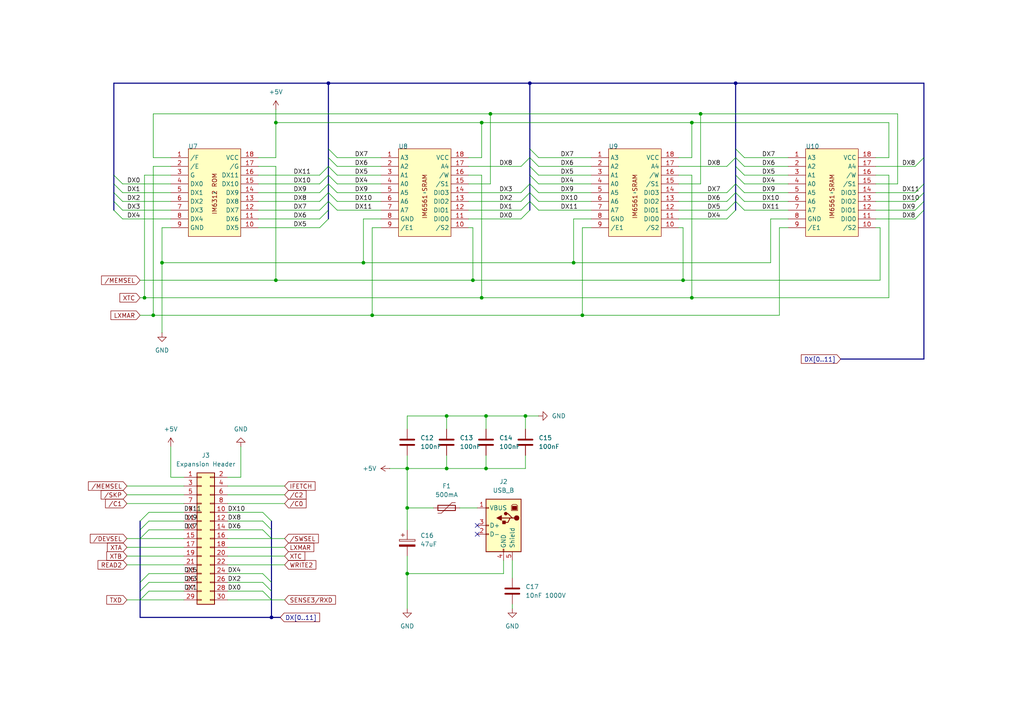
<source format=kicad_sch>
(kicad_sch (version 20250114) (generator "eeschema") (generator_version "9.0")
  (paper "A4")
  (title_block (title "IM6100 SAMPLER mini") (date "2025-04-12"))
  (lib_symbols
    (symbol "Connector:USB_B" (pin_names (offset 1.016))
      (property "Reference" "J" (at -5.08 11.43 0))
      (property "Value" "USB_B" (at -5.08 8.89 0))
      (symbol "USB_B_0_1"
        (rectangle (start -5.08 -7.62) (end 5.08 7.62) (stroke (width 0.254)) (fill (type background)))
        (polyline (pts (xy -4.064 4.318) (xy -2.286 4.318) (xy -2.286 5.715) (xy -2.667 6.096) (xy -3.683 6.096) (xy -4.064 5.715) (xy -4.064 4.318)))
        (rectangle (start -3.81 5.588) (end -2.54 4.572) (fill (type outline)))
        (circle (center -3.81 2.159) (radius 0.635) (stroke (width 0.254)) (fill (type outline)))
        (polyline (pts (xy -3.175 2.159) (xy -2.54 2.159) (xy -1.27 3.429) (xy -0.635 3.429)) (stroke (width 0.254)))
        (polyline (pts (xy -2.54 2.159) (xy -1.905 2.159) (xy -1.27 0.889) (xy 0 0.889)) (stroke (width 0.254)))
        (polyline (pts (xy -1.905 2.159) (xy 0.635 2.159)) (stroke (width 0.254)))
        (circle (center -0.635 3.429) (radius 0.381) (stroke (width 0.254)) (fill (type outline)))
        (rectangle (start -0.127 -7.62) (end 0.127 -6.858))
        (rectangle (start 0.254 1.27) (end -0.508 0.508) (stroke (width 0.254)) (fill (type outline)))
        (polyline (pts (xy 0.635 2.794) (xy 0.635 1.524) (xy 1.905 2.159) (xy 0.635 2.794)) (stroke (width 0.254)) (fill (type outline)))
        (rectangle (start 5.08 4.953) (end 4.318 5.207))
        (rectangle (start 5.08 -0.127) (end 4.318 0.127))
        (rectangle (start 5.08 -2.667) (end 4.318 -2.413))
      )
      (symbol "USB_B_1_1"
        (pin passive line (at -2.54 -10.16 90) (length 2.54) (name "Shield") (number "5"))
        (pin power_out line (at 0 -10.16 90) (length 2.54) (name "GND") (number "4"))
        (pin power_out line (at 7.62 5.08 180) (length 2.54) (name "VBUS") (number "1"))
        (pin bidirectional line (at 7.62 0 180) (length 2.54) (name "D+") (number "3"))
        (pin bidirectional line (at 7.62 -2.54 180) (length 2.54) (name "D-") (number "2"))
      )
    )
    (symbol "Connector_Generic:Conn_02x15_Odd_Even" (pin_names (offset 1.016) (hide yes))
      (property "Reference" "J" (at 1.27 20.32 0))
      (property "Value" "Conn_02x15_Odd_Even" (at 1.27 -20.32 0))
      (symbol "Conn_02x15_Odd_Even_1_1"
        (rectangle (start -1.27 19.05) (end 3.81 -19.05) (stroke (width 0.254)) (fill (type background)))
        (rectangle (start -1.27 17.907) (end 0 17.653) (stroke (width 0.1524)))
        (rectangle (start -1.27 15.367) (end 0 15.113) (stroke (width 0.1524)))
        (rectangle (start -1.27 12.827) (end 0 12.573) (stroke (width 0.1524)))
        (rectangle (start -1.27 10.287) (end 0 10.033) (stroke (width 0.1524)))
        (rectangle (start -1.27 7.747) (end 0 7.493) (stroke (width 0.1524)))
        (rectangle (start -1.27 5.207) (end 0 4.953) (stroke (width 0.1524)))
        (rectangle (start -1.27 2.667) (end 0 2.413) (stroke (width 0.1524)))
        (rectangle (start -1.27 0.127) (end 0 -0.127) (stroke (width 0.1524)))
        (rectangle (start -1.27 -2.413) (end 0 -2.667) (stroke (width 0.1524)))
        (rectangle (start -1.27 -4.953) (end 0 -5.207) (stroke (width 0.1524)))
        (rectangle (start -1.27 -7.493) (end 0 -7.747) (stroke (width 0.1524)))
        (rectangle (start -1.27 -10.033) (end 0 -10.287) (stroke (width 0.1524)))
        (rectangle (start -1.27 -12.573) (end 0 -12.827) (stroke (width 0.1524)))
        (rectangle (start -1.27 -15.113) (end 0 -15.367) (stroke (width 0.1524)))
        (rectangle (start -1.27 -17.653) (end 0 -17.907) (stroke (width 0.1524)))
        (rectangle (start 3.81 17.907) (end 2.54 17.653) (stroke (width 0.1524)))
        (rectangle (start 3.81 15.367) (end 2.54 15.113) (stroke (width 0.1524)))
        (rectangle (start 3.81 12.827) (end 2.54 12.573) (stroke (width 0.1524)))
        (rectangle (start 3.81 10.287) (end 2.54 10.033) (stroke (width 0.1524)))
        (rectangle (start 3.81 7.747) (end 2.54 7.493) (stroke (width 0.1524)))
        (rectangle (start 3.81 5.207) (end 2.54 4.953) (stroke (width 0.1524)))
        (rectangle (start 3.81 2.667) (end 2.54 2.413) (stroke (width 0.1524)))
        (rectangle (start 3.81 0.127) (end 2.54 -0.127) (stroke (width 0.1524)))
        (rectangle (start 3.81 -2.413) (end 2.54 -2.667) (stroke (width 0.1524)))
        (rectangle (start 3.81 -4.953) (end 2.54 -5.207) (stroke (width 0.1524)))
        (rectangle (start 3.81 -7.493) (end 2.54 -7.747) (stroke (width 0.1524)))
        (rectangle (start 3.81 -10.033) (end 2.54 -10.287) (stroke (width 0.1524)))
        (rectangle (start 3.81 -12.573) (end 2.54 -12.827) (stroke (width 0.1524)))
        (rectangle (start 3.81 -15.113) (end 2.54 -15.367) (stroke (width 0.1524)))
        (rectangle (start 3.81 -17.653) (end 2.54 -17.907) (stroke (width 0.1524)))
        (pin passive line (at -5.08 17.78 0) (length 3.81) (name "Pin_1") (number "1"))
        (pin passive line (at -5.08 15.24 0) (length 3.81) (name "Pin_3") (number "3"))
        (pin passive line (at -5.08 12.7 0) (length 3.81) (name "Pin_5") (number "5"))
        (pin passive line (at -5.08 10.16 0) (length 3.81) (name "Pin_7") (number "7"))
        (pin passive line (at -5.08 7.62 0) (length 3.81) (name "Pin_9") (number "9"))
        (pin passive line (at -5.08 5.08 0) (length 3.81) (name "Pin_11") (number "11"))
        (pin passive line (at -5.08 2.54 0) (length 3.81) (name "Pin_13") (number "13"))
        (pin passive line (at -5.08 0 0) (length 3.81) (name "Pin_15") (number "15"))
        (pin passive line (at -5.08 -2.54 0) (length 3.81) (name "Pin_17") (number "17"))
        (pin passive line (at -5.08 -5.08 0) (length 3.81) (name "Pin_19") (number "19"))
        (pin passive line (at -5.08 -7.62 0) (length 3.81) (name "Pin_21") (number "21"))
        (pin passive line (at -5.08 -10.16 0) (length 3.81) (name "Pin_23") (number "23"))
        (pin passive line (at -5.08 -12.7 0) (length 3.81) (name "Pin_25") (number "25"))
        (pin passive line (at -5.08 -15.24 0) (length 3.81) (name "Pin_27") (number "27"))
        (pin passive line (at -5.08 -17.78 0) (length 3.81) (name "Pin_29") (number "29"))
        (pin passive line (at 7.62 17.78 180) (length 3.81) (name "Pin_2") (number "2"))
        (pin passive line (at 7.62 15.24 180) (length 3.81) (name "Pin_4") (number "4"))
        (pin passive line (at 7.62 12.7 180) (length 3.81) (name "Pin_6") (number "6"))
        (pin passive line (at 7.62 10.16 180) (length 3.81) (name "Pin_8") (number "8"))
        (pin passive line (at 7.62 7.62 180) (length 3.81) (name "Pin_10") (number "10"))
        (pin passive line (at 7.62 5.08 180) (length 3.81) (name "Pin_12") (number "12"))
        (pin passive line (at 7.62 2.54 180) (length 3.81) (name "Pin_14") (number "14"))
        (pin passive line (at 7.62 0 180) (length 3.81) (name "Pin_16") (number "16"))
        (pin passive line (at 7.62 -2.54 180) (length 3.81) (name "Pin_18") (number "18"))
        (pin passive line (at 7.62 -5.08 180) (length 3.81) (name "Pin_20") (number "20"))
        (pin passive line (at 7.62 -7.62 180) (length 3.81) (name "Pin_22") (number "22"))
        (pin passive line (at 7.62 -10.16 180) (length 3.81) (name "Pin_24") (number "24"))
        (pin passive line (at 7.62 -12.7 180) (length 3.81) (name "Pin_26") (number "26"))
        (pin passive line (at 7.62 -15.24 180) (length 3.81) (name "Pin_28") (number "28"))
        (pin passive line (at 7.62 -17.78 180) (length 3.81) (name "Pin_30") (number "30"))
      )
    )
    (symbol "Device:C" (pin_numbers (hide yes)) (pin_names (offset 0.254))
      (property "Reference" "C" (at 0.635 2.54 0))
      (property "Value" "C" (at 0.635 -2.54 0))
      (symbol "C_0_1"
        (polyline (pts (xy -2.032 0.762) (xy 2.032 0.762)) (stroke (width 0.508)))
        (polyline (pts (xy -2.032 -0.762) (xy 2.032 -0.762)) (stroke (width 0.508)))
      )
      (symbol "C_1_1"
        (pin passive line (at 0 3.81 270) (length 2.794) (name "~") (number "1"))
        (pin passive line (at 0 -3.81 90) (length 2.794) (name "~") (number "2"))
      )
    )
    (symbol "Device:C_Polarized" (pin_numbers (hide yes)) (pin_names (offset 0.254))
      (property "Reference" "C" (at 0.635 2.54 0))
      (property "Value" "C_Polarized" (at 0.635 -2.54 0))
      (symbol "C_Polarized_0_1"
        (rectangle (start -2.286 0.508) (end 2.286 1.016))
        (polyline (pts (xy -1.778 2.286) (xy -0.762 2.286)))
        (polyline (pts (xy -1.27 2.794) (xy -1.27 1.778)))
        (rectangle (start 2.286 -0.508) (end -2.286 -1.016) (fill (type outline)))
      )
      (symbol "C_Polarized_1_1"
        (pin passive line (at 0 3.81 270) (length 2.794) (name "~") (number "1"))
        (pin passive line (at 0 -3.81 90) (length 2.794) (name "~") (number "2"))
      )
    )
    (symbol "Device:Polyfuse" (pin_numbers (hide yes)) (pin_names (offset 0))
      (property "Reference" "F" (at -2.54 0 90))
      (property "Value" "Polyfuse" (at 2.54 0 90))
      (symbol "Polyfuse_0_1"
        (polyline (pts (xy -1.524 2.54) (xy -1.524 1.524) (xy 1.524 -1.524) (xy 1.524 -2.54)))
        (rectangle (start -0.762 2.54) (end 0.762 -2.54) (stroke (width 0.254)))
        (polyline (pts (xy 0 2.54) (xy 0 -2.54)))
      )
      (symbol "Polyfuse_1_1"
        (pin passive line (at 0 3.81 270) (length 1.27) (name "~") (number "1"))
        (pin passive line (at 0 -3.81 90) (length 1.27) (name "~") (number "2"))
      )
    )
    (symbol "IM6100 SAM-easyedapro:IM6312"
      (symbol "IM6312_1_0"
        (rectangle (start -7.62 12.7) (end 7.62 -12.7) (fill (type background)))
        (text "IM6312 ROM" (at 0.762 -6.35 900) (effects (font (size 1.27 1.27)) (justify left bottom)))
        (pin output line (at -12.7 10.16 0) (length 5.08) (name "/F") (number "1"))
        (pin input line (at -12.7 7.62 0) (length 5.08) (name "/E") (number "2"))
        (pin input line (at -12.7 5.08 0) (length 5.08) (name "G") (number "3"))
        (pin tri_state line (at -12.7 2.54 0) (length 5.08) (name "DX0") (number "4"))
        (pin tri_state line (at -12.7 0 0) (length 5.08) (name "DX1") (number "5"))
        (pin tri_state line (at -12.7 -2.54 0) (length 5.08) (name "DX2") (number "6"))
        (pin tri_state line (at -12.7 -5.08 0) (length 5.08) (name "DX3") (number "7"))
        (pin tri_state line (at -12.7 -7.62 0) (length 5.08) (name "DX4") (number "8"))
        (pin power_in line (at -12.7 -10.16 0) (length 5.08) (name "GND") (number "9"))
        (pin power_in line (at 12.7 10.16 180) (length 5.08) (name "VCC") (number "18"))
        (pin input line (at 12.7 7.62 180) (length 5.08) (name "/G") (number "17"))
        (pin tri_state line (at 12.7 5.08 180) (length 5.08) (name "DX11") (number "16"))
        (pin tri_state line (at 12.7 2.54 180) (length 5.08) (name "DX10") (number "15"))
        (pin tri_state line (at 12.7 0 180) (length 5.08) (name "DX9") (number "14"))
        (pin tri_state line (at 12.7 -2.54 180) (length 5.08) (name "DX8") (number "13"))
        (pin tri_state line (at 12.7 -5.08 180) (length 5.08) (name "DX7") (number "12"))
        (pin tri_state line (at 12.7 -7.62 180) (length 5.08) (name "DX6") (number "11"))
        (pin tri_state line (at 12.7 -10.16 180) (length 5.08) (name "DX5") (number "10"))
      )
    )
    (symbol "IM6100 SAM-easyedapro:IM6561"
      (symbol "IM6561_1_0"
        (rectangle (start -7.62 12.7) (end 7.62 -12.7) (fill (type background)))
        (text "IM6561 SRAM" (at 0.762 -7.62 900) (effects (font (size 1.27 1.27)) (justify left bottom)))
        (pin input line (at -12.7 10.16 0) (length 5.08) (name "A3") (number "1"))
        (pin input line (at -12.7 7.62 0) (length 5.08) (name "A2") (number "2"))
        (pin input line (at -12.7 5.08 0) (length 5.08) (name "A1") (number "3"))
        (pin input line (at -12.7 2.54 0) (length 5.08) (name "A0") (number "4"))
        (pin input line (at -12.7 0 0) (length 5.08) (name "A5") (number "5"))
        (pin input line (at -12.7 -2.54 0) (length 5.08) (name "A6") (number "6"))
        (pin input line (at -12.7 -5.08 0) (length 5.08) (name "A7") (number "7"))
        (pin power_in line (at -12.7 -7.62 0) (length 5.08) (name "GND") (number "8"))
        (pin input line (at -12.7 -10.16 0) (length 5.08) (name "/E1") (number "9"))
        (pin power_in line (at 12.7 10.16 180) (length 5.08) (name "VCC") (number "18"))
        (pin input line (at 12.7 7.62 180) (length 5.08) (name "A4") (number "17"))
        (pin input line (at 12.7 5.08 180) (length 5.08) (name "/W") (number "16"))
        (pin input line (at 12.7 2.54 180) (length 5.08) (name "/S1") (number "15"))
        (pin tri_state line (at 12.7 0 180) (length 5.08) (name "DIO3") (number "14"))
        (pin tri_state line (at 12.7 -2.54 180) (length 5.08) (name "DIO2") (number "13"))
        (pin tri_state line (at 12.7 -5.08 180) (length 5.08) (name "DIO1") (number "12"))
        (pin tri_state line (at 12.7 -7.62 180) (length 5.08) (name "DIO0") (number "11"))
        (pin input line (at 12.7 -10.16 180) (length 5.08) (name "/S2") (number "10"))
      )
    )
    (symbol "IM6561_1"
      (symbol "IM6561_1_1_0"
        (rectangle (start -7.62 12.7) (end 7.62 -12.7) (fill (type background)))
        (text "IM6561 SRAM" (at 0.762 -7.62 900) (effects (font (size 1.27 1.27)) (justify left bottom)))
        (pin input line (at -12.7 10.16 0) (length 5.08) (name "A3") (number "1"))
        (pin input line (at -12.7 7.62 0) (length 5.08) (name "A2") (number "2"))
        (pin input line (at -12.7 5.08 0) (length 5.08) (name "A1") (number "3"))
        (pin input line (at -12.7 2.54 0) (length 5.08) (name "A0") (number "4"))
        (pin input line (at -12.7 0 0) (length 5.08) (name "A5") (number "5"))
        (pin input line (at -12.7 -2.54 0) (length 5.08) (name "A6") (number "6"))
        (pin input line (at -12.7 -5.08 0) (length 5.08) (name "A7") (number "7"))
        (pin power_in line (at -12.7 -7.62 0) (length 5.08) (name "GND") (number "8"))
        (pin input line (at -12.7 -10.16 0) (length 5.08) (name "/E1") (number "9"))
        (pin power_in line (at 12.7 10.16 180) (length 5.08) (name "VCC") (number "18"))
        (pin input line (at 12.7 7.62 180) (length 5.08) (name "A4") (number "17"))
        (pin input line (at 12.7 5.08 180) (length 5.08) (name "/W") (number "16"))
        (pin input line (at 12.7 2.54 180) (length 5.08) (name "/S1") (number "15"))
        (pin tri_state line (at 12.7 0 180) (length 5.08) (name "DIO3") (number "14"))
        (pin tri_state line (at 12.7 -2.54 180) (length 5.08) (name "DIO2") (number "13"))
        (pin tri_state line (at 12.7 -5.08 180) (length 5.08) (name "DIO1") (number "12"))
        (pin tri_state line (at 12.7 -7.62 180) (length 5.08) (name "DIO0") (number "11"))
        (pin input line (at 12.7 -10.16 180) (length 5.08) (name "/S2") (number "10"))
      )
    )
    (symbol "IM6561_2"
      (symbol "IM6561_2_1_0"
        (rectangle (start -7.62 12.7) (end 7.62 -12.7) (fill (type background)))
        (text "IM6561 SRAM" (at 0.762 -7.62 900) (effects (font (size 1.27 1.27)) (justify left bottom)))
        (pin input line (at -12.7 10.16 0) (length 5.08) (name "A3") (number "1"))
        (pin input line (at -12.7 7.62 0) (length 5.08) (name "A2") (number "2"))
        (pin input line (at -12.7 5.08 0) (length 5.08) (name "A1") (number "3"))
        (pin input line (at -12.7 2.54 0) (length 5.08) (name "A0") (number "4"))
        (pin input line (at -12.7 0 0) (length 5.08) (name "A5") (number "5"))
        (pin input line (at -12.7 -2.54 0) (length 5.08) (name "A6") (number "6"))
        (pin input line (at -12.7 -5.08 0) (length 5.08) (name "A7") (number "7"))
        (pin power_in line (at -12.7 -7.62 0) (length 5.08) (name "GND") (number "8"))
        (pin input line (at -12.7 -10.16 0) (length 5.08) (name "/E1") (number "9"))
        (pin power_in line (at 12.7 10.16 180) (length 5.08) (name "VCC") (number "18"))
        (pin input line (at 12.7 7.62 180) (length 5.08) (name "A4") (number "17"))
        (pin input line (at 12.7 5.08 180) (length 5.08) (name "/W") (number "16"))
        (pin input line (at 12.7 2.54 180) (length 5.08) (name "/S1") (number "15"))
        (pin tri_state line (at 12.7 0 180) (length 5.08) (name "DIO3") (number "14"))
        (pin tri_state line (at 12.7 -2.54 180) (length 5.08) (name "DIO2") (number "13"))
        (pin tri_state line (at 12.7 -5.08 180) (length 5.08) (name "DIO1") (number "12"))
        (pin tri_state line (at 12.7 -7.62 180) (length 5.08) (name "DIO0") (number "11"))
        (pin input line (at 12.7 -10.16 180) (length 5.08) (name "/S2") (number "10"))
      )
    )
    (symbol "power:+5V" (power) (pin_numbers (hide yes)) (pin_names (offset 0) (hide yes))
      (property "Value" "+5V" (at 0 3.556 0))
      (symbol "+5V_0_1"
        (polyline (pts (xy -0.762 1.27) (xy 0 2.54)))
        (polyline (pts (xy 0 2.54) (xy 0.762 1.27)))
        (polyline (pts (xy 0 0) (xy 0 2.54)))
      )
      (symbol "+5V_1_1"
        (pin power_in line (at 0 0 90) (length 0) (name "~") (number "1"))
      )
    )
    (symbol "power:GND" (power) (pin_numbers (hide yes)) (pin_names (offset 0) (hide yes))
      (property "Value" "GND" (at 0 -3.81 0))
      (symbol "GND_0_1"
        (polyline (pts (xy 0 0) (xy 0 -1.27) (xy 1.27 -1.27) (xy 0 -2.54) (xy -1.27 -1.27) (xy 0 -1.27)))
      )
      (symbol "GND_1_1"
        (pin power_in line (at 0 0 270) (length 0) (name "~") (number "1"))
      )
    )
  )
  (junction (at 95.25 24.13))
  (junction (at 129.54 120.65))
  (junction (at 142.24 33.02))
  (junction (at 166.37 76.2))
  (junction (at 137.16 81.28))
  (junction (at 107.95 91.44))
  (junction (at 41.91 86.36))
  (junction (at 78.74 179.07))
  (junction (at 213.36 24.13))
  (junction (at 105.41 76.2))
  (junction (at 140.97 135.89))
  (junction (at 200.66 35.56))
  (junction (at 168.91 91.44))
  (junction (at 118.11 166.37))
  (junction (at 153.67 24.13))
  (junction (at 139.7 35.56))
  (junction (at 44.45 91.44))
  (junction (at 80.01 81.28))
  (junction (at 140.97 120.65))
  (junction (at 152.4 120.65))
  (junction (at 118.11 147.32))
  (junction (at 200.66 86.36))
  (junction (at 46.99 76.2))
  (junction (at 129.54 135.89))
  (junction (at 203.2 33.02))
  (junction (at 139.7 86.36))
  (junction (at 118.11 135.89))
  (junction (at 80.01 35.56))
  (junction (at 198.12 81.28))
  (no_connect (at 138.43 152.4))
  (no_connect (at 138.43 154.94))
  (bus_entry (at 215.9 60.96) (size -2.54 -2.54))
  (bus_entry (at 215.9 53.34) (size -2.54 -2.54))
  (bus_entry (at 97.79 53.34) (size -2.54 -2.54))
  (bus_entry (at 40.64 153.67) (size 2.54 -2.54))
  (bus_entry (at 92.71 50.8) (size 2.54 -2.54))
  (bus_entry (at 151.13 60.96) (size 2.54 -2.54))
  (bus_entry (at 156.21 50.8) (size -2.54 -2.54))
  (bus_entry (at 215.9 58.42) (size -2.54 -2.54))
  (bus_entry (at 78.74 156.21) (size -2.54 -2.54))
  (bus_entry (at 215.9 50.8) (size -2.54 -2.54))
  (bus_entry (at 97.79 55.88) (size -2.54 -2.54))
  (bus_entry (at 210.82 48.26) (size 2.54 -2.54))
  (bus_entry (at 156.21 45.72) (size -2.54 -2.54))
  (bus_entry (at 35.56 60.96) (size -2.54 -2.54))
  (bus_entry (at 210.82 55.88) (size 2.54 -2.54))
  (bus_entry (at 40.64 168.91) (size 2.54 -2.54))
  (bus_entry (at 210.82 58.42) (size 2.54 -2.54))
  (bus_entry (at 97.79 48.26) (size -2.54 -2.54))
  (bus_entry (at 35.56 53.34) (size -2.54 -2.54))
  (bus_entry (at 210.82 63.5) (size 2.54 -2.54))
  (bus_entry (at 78.74 168.91) (size -2.54 -2.54))
  (bus_entry (at 156.21 53.34) (size -2.54 -2.54))
  (bus_entry (at 210.82 60.96) (size 2.54 -2.54))
  (bus_entry (at 40.64 173.99) (size 2.54 -2.54))
  (bus_entry (at 35.56 58.42) (size -2.54 -2.54))
  (bus_entry (at 92.71 66.04) (size 2.54 -2.54))
  (bus_entry (at 92.71 55.88) (size 2.54 -2.54))
  (bus_entry (at 156.21 48.26) (size -2.54 -2.54))
  (bus_entry (at 92.71 60.96) (size 2.54 -2.54))
  (bus_entry (at 40.64 171.45) (size 2.54 -2.54))
  (bus_entry (at 265.43 63.5) (size 2.54 -2.54))
  (bus_entry (at 78.74 173.99) (size -2.54 -2.54))
  (bus_entry (at 265.43 48.26) (size 2.54 -2.54))
  (bus_entry (at 156.21 55.88) (size -2.54 -2.54))
  (bus_entry (at 265.43 60.96) (size 2.54 -2.54))
  (bus_entry (at 215.9 45.72) (size -2.54 -2.54))
  (bus_entry (at 97.79 60.96) (size -2.54 -2.54))
  (bus_entry (at 265.43 55.88) (size 2.54 -2.54))
  (bus_entry (at 215.9 55.88) (size -2.54 -2.54))
  (bus_entry (at 40.64 151.13) (size 2.54 -2.54))
  (bus_entry (at 265.43 58.42) (size 2.54 -2.54))
  (bus_entry (at 151.13 55.88) (size 2.54 -2.54))
  (bus_entry (at 92.71 58.42) (size 2.54 -2.54))
  (bus_entry (at 151.13 58.42) (size 2.54 -2.54))
  (bus_entry (at 151.13 63.5) (size 2.54 -2.54))
  (bus_entry (at 156.21 58.42) (size -2.54 -2.54))
  (bus_entry (at 78.74 153.67) (size -2.54 -2.54))
  (bus_entry (at 92.71 53.34) (size 2.54 -2.54))
  (bus_entry (at 78.74 171.45) (size -2.54 -2.54))
  (bus_entry (at 97.79 58.42) (size -2.54 -2.54))
  (bus_entry (at 35.56 55.88) (size -2.54 -2.54))
  (bus_entry (at 156.21 60.96) (size -2.54 -2.54))
  (bus_entry (at 215.9 48.26) (size -2.54 -2.54))
  (bus_entry (at 92.71 63.5) (size 2.54 -2.54))
  (bus_entry (at 40.64 156.21) (size 2.54 -2.54))
  (bus_entry (at 35.56 63.5) (size -2.54 -2.54))
  (bus_entry (at 97.79 50.8) (size -2.54 -2.54))
  (bus_entry (at 151.13 48.26) (size 2.54 -2.54))
  (bus_entry (at 97.79 45.72) (size -2.54 -2.54))
  (bus_entry (at 78.74 151.13) (size -2.54 -2.54))
  (bus (pts (xy 33.02 53.34) (xy 33.02 50.8)))
  (wire (pts (xy 135.89 63.5) (xy 151.13 63.5)))
  (wire (pts (xy 66.04 158.75) (xy 82.55 158.75)))
  (wire (pts (xy 148.59 162.56) (xy 148.59 167.64)))
  (wire (pts (xy 118.11 161.29) (xy 118.11 166.37)))
  (wire (pts (xy 171.45 55.88) (xy 156.21 55.88)))
  (wire (pts (xy 43.18 151.13) (xy 53.34 151.13)))
  (wire (pts (xy 36.83 146.05) (xy 53.34 146.05)))
  (wire (pts (xy 135.89 58.42) (xy 151.13 58.42)))
  (wire (pts (xy 110.49 58.42) (xy 97.79 58.42)))
  (wire (pts (xy 69.85 138.43) (xy 69.85 129.54)))
  (wire (pts (xy 110.49 66.04) (xy 107.95 66.04)))
  (wire (pts (xy 118.11 132.08) (xy 118.11 135.89)))
  (wire (pts (xy 254 48.26) (xy 265.43 48.26)))
  (wire (pts (xy 66.04 171.45) (xy 76.2 171.45)))
  (bus (pts (xy 78.74 153.67) (xy 78.74 156.21)))
  (wire (pts (xy 168.91 91.44) (xy 226.06 91.44)))
  (bus (pts (xy 33.02 55.88) (xy 33.02 53.34)))
  (bus (pts (xy 81.28 179.07) (xy 78.74 179.07)))
  (wire (pts (xy 196.85 63.5) (xy 210.82 63.5)))
  (wire (pts (xy 66.04 166.37) (xy 76.2 166.37)))
  (wire (pts (xy 44.45 91.44) (xy 44.45 48.26)))
  (wire (pts (xy 118.11 147.32) (xy 125.73 147.32)))
  (wire (pts (xy 129.54 124.46) (xy 129.54 120.65)))
  (wire (pts (xy 200.66 50.8) (xy 196.85 50.8)))
  (wire (pts (xy 49.53 45.72) (xy 44.45 45.72)))
  (wire (pts (xy 146.05 166.37) (xy 118.11 166.37)))
  (wire (pts (xy 228.6 45.72) (xy 215.9 45.72)))
  (wire (pts (xy 36.83 158.75) (xy 53.34 158.75)))
  (wire (pts (xy 110.49 55.88) (xy 97.79 55.88)))
  (wire (pts (xy 74.93 53.34) (xy 92.71 53.34)))
  (wire (pts (xy 215.9 58.42) (xy 228.6 58.42)))
  (wire (pts (xy 140.97 124.46) (xy 140.97 120.65)))
  (wire (pts (xy 255.27 81.28) (xy 255.27 66.04)))
  (wire (pts (xy 198.12 81.28) (xy 137.16 81.28)))
  (wire (pts (xy 66.04 151.13) (xy 76.2 151.13)))
  (bus (pts (xy 267.97 53.34) (xy 267.97 55.88)))
  (wire (pts (xy 66.04 153.67) (xy 76.2 153.67)))
  (bus (pts (xy 78.74 179.07) (xy 78.74 173.99)))
  (bus (pts (xy 153.67 43.18) (xy 153.67 45.72)))
  (wire (pts (xy 168.91 91.44) (xy 107.95 91.44)))
  (wire (pts (xy 254 60.96) (xy 265.43 60.96)))
  (wire (pts (xy 228.6 55.88) (xy 215.9 55.88)))
  (wire (pts (xy 139.7 35.56) (xy 139.7 45.72)))
  (wire (pts (xy 254 45.72) (xy 257.81 45.72)))
  (wire (pts (xy 74.93 45.72) (xy 80.01 45.72)))
  (wire (pts (xy 226.06 66.04) (xy 226.06 91.44)))
  (bus (pts (xy 243.84 104.14) (xy 267.97 104.14)))
  (wire (pts (xy 41.91 86.36) (xy 139.7 86.36)))
  (bus (pts (xy 153.67 55.88) (xy 153.67 58.42)))
  (wire (pts (xy 78.74 173.99) (xy 82.55 173.99)))
  (bus (pts (xy 33.02 60.96) (xy 33.02 58.42)))
  (wire (pts (xy 118.11 120.65) (xy 129.54 120.65)))
  (wire (pts (xy 36.83 156.21) (xy 40.64 156.21)))
  (wire (pts (xy 36.83 173.99) (xy 40.64 173.99)))
  (wire (pts (xy 35.56 58.42) (xy 49.53 58.42)))
  (bus (pts (xy 40.64 151.13) (xy 40.64 153.67)))
  (wire (pts (xy 200.66 45.72) (xy 200.66 35.56)))
  (wire (pts (xy 135.89 50.8) (xy 139.7 50.8)))
  (wire (pts (xy 254 66.04) (xy 255.27 66.04)))
  (bus (pts (xy 95.25 24.13) (xy 153.67 24.13)))
  (wire (pts (xy 46.99 76.2) (xy 46.99 96.52)))
  (wire (pts (xy 168.91 66.04) (xy 171.45 66.04)))
  (wire (pts (xy 43.18 148.59) (xy 53.34 148.59)))
  (bus (pts (xy 213.36 45.72) (xy 213.36 48.26)))
  (bus (pts (xy 33.02 24.13) (xy 95.25 24.13)))
  (wire (pts (xy 110.49 48.26) (xy 97.79 48.26)))
  (wire (pts (xy 171.45 50.8) (xy 156.21 50.8)))
  (wire (pts (xy 35.56 60.96) (xy 49.53 60.96)))
  (wire (pts (xy 166.37 63.5) (xy 166.37 76.2)))
  (bus (pts (xy 33.02 58.42) (xy 33.02 55.88)))
  (wire (pts (xy 152.4 135.89) (xy 152.4 132.08)))
  (bus (pts (xy 78.74 168.91) (xy 78.74 171.45)))
  (wire (pts (xy 228.6 48.26) (xy 215.9 48.26)))
  (wire (pts (xy 135.89 55.88) (xy 151.13 55.88)))
  (wire (pts (xy 40.64 173.99) (xy 53.34 173.99)))
  (wire (pts (xy 196.85 45.72) (xy 200.66 45.72)))
  (wire (pts (xy 196.85 53.34) (xy 203.2 53.34)))
  (wire (pts (xy 74.93 58.42) (xy 92.71 58.42)))
  (bus (pts (xy 213.36 48.26) (xy 213.36 50.8)))
  (wire (pts (xy 49.53 50.8) (xy 41.91 50.8)))
  (bus (pts (xy 40.64 171.45) (xy 40.64 173.99)))
  (bus (pts (xy 78.74 151.13) (xy 78.74 153.67)))
  (bus (pts (xy 95.25 58.42) (xy 95.25 60.96)))
  (wire (pts (xy 46.99 76.2) (xy 105.41 76.2)))
  (wire (pts (xy 142.24 53.34) (xy 135.89 53.34)))
  (bus (pts (xy 267.97 24.13) (xy 267.97 45.72)))
  (wire (pts (xy 43.18 153.67) (xy 53.34 153.67)))
  (bus (pts (xy 213.36 24.13) (xy 213.36 43.18)))
  (wire (pts (xy 43.18 166.37) (xy 53.34 166.37)))
  (bus (pts (xy 95.25 50.8) (xy 95.25 53.34)))
  (wire (pts (xy 196.85 48.26) (xy 210.82 48.26)))
  (bus (pts (xy 78.74 171.45) (xy 78.74 173.99)))
  (wire (pts (xy 152.4 120.65) (xy 140.97 120.65)))
  (wire (pts (xy 35.56 63.5) (xy 49.53 63.5)))
  (wire (pts (xy 40.64 91.44) (xy 44.45 91.44)))
  (wire (pts (xy 66.04 146.05) (xy 82.55 146.05)))
  (bus (pts (xy 153.67 24.13) (xy 213.36 24.13)))
  (wire (pts (xy 223.52 63.5) (xy 223.52 76.2)))
  (wire (pts (xy 196.85 55.88) (xy 210.82 55.88)))
  (wire (pts (xy 198.12 81.28) (xy 255.27 81.28)))
  (wire (pts (xy 105.41 63.5) (xy 110.49 63.5)))
  (wire (pts (xy 254 58.42) (xy 265.43 58.42)))
  (bus (pts (xy 267.97 55.88) (xy 267.97 58.42)))
  (bus (pts (xy 213.36 58.42) (xy 213.36 60.96)))
  (wire (pts (xy 196.85 58.42) (xy 210.82 58.42)))
  (wire (pts (xy 171.45 60.96) (xy 156.21 60.96)))
  (wire (pts (xy 171.45 58.42) (xy 156.21 58.42)))
  (wire (pts (xy 152.4 120.65) (xy 152.4 124.46)))
  (wire (pts (xy 44.45 33.02) (xy 142.24 33.02)))
  (wire (pts (xy 78.74 156.21) (xy 82.55 156.21)))
  (wire (pts (xy 135.89 60.96) (xy 151.13 60.96)))
  (wire (pts (xy 66.04 143.51) (xy 82.55 143.51)))
  (bus (pts (xy 213.36 53.34) (xy 213.36 55.88)))
  (wire (pts (xy 80.01 48.26) (xy 74.93 48.26)))
  (wire (pts (xy 36.83 143.51) (xy 53.34 143.51)))
  (wire (pts (xy 257.81 86.36) (xy 257.81 50.8)))
  (wire (pts (xy 152.4 120.65) (xy 156.21 120.65)))
  (wire (pts (xy 80.01 45.72) (xy 80.01 35.56)))
  (wire (pts (xy 254 50.8) (xy 257.81 50.8)))
  (wire (pts (xy 118.11 124.46) (xy 118.11 120.65)))
  (bus (pts (xy 213.36 43.18) (xy 213.36 45.72)))
  (wire (pts (xy 140.97 135.89) (xy 152.4 135.89)))
  (wire (pts (xy 74.93 63.5) (xy 92.71 63.5)))
  (wire (pts (xy 198.12 66.04) (xy 198.12 81.28)))
  (wire (pts (xy 44.45 91.44) (xy 107.95 91.44)))
  (wire (pts (xy 140.97 135.89) (xy 129.54 135.89)))
  (wire (pts (xy 171.45 63.5) (xy 166.37 63.5)))
  (wire (pts (xy 66.04 173.99) (xy 78.74 173.99)))
  (wire (pts (xy 118.11 147.32) (xy 118.11 153.67)))
  (wire (pts (xy 171.45 48.26) (xy 156.21 48.26)))
  (wire (pts (xy 43.18 171.45) (xy 53.34 171.45)))
  (wire (pts (xy 40.64 81.28) (xy 80.01 81.28)))
  (wire (pts (xy 49.53 138.43) (xy 53.34 138.43)))
  (wire (pts (xy 254 63.5) (xy 265.43 63.5)))
  (wire (pts (xy 200.66 86.36) (xy 257.81 86.36)))
  (wire (pts (xy 257.81 45.72) (xy 257.81 35.56)))
  (bus (pts (xy 153.67 45.72) (xy 153.67 48.26)))
  (wire (pts (xy 168.91 91.44) (xy 168.91 66.04)))
  (wire (pts (xy 49.53 66.04) (xy 46.99 66.04)))
  (wire (pts (xy 200.66 35.56) (xy 257.81 35.56)))
  (bus (pts (xy 78.74 156.21) (xy 78.74 168.91)))
  (wire (pts (xy 49.53 138.43) (xy 49.53 129.54)))
  (bus (pts (xy 95.25 45.72) (xy 95.25 48.26)))
  (wire (pts (xy 80.01 81.28) (xy 137.16 81.28)))
  (wire (pts (xy 74.93 50.8) (xy 92.71 50.8)))
  (wire (pts (xy 74.93 66.04) (xy 92.71 66.04)))
  (bus (pts (xy 95.25 24.13) (xy 95.25 43.18)))
  (bus (pts (xy 33.02 50.8) (xy 33.02 24.13)))
  (wire (pts (xy 36.83 140.97) (xy 53.34 140.97)))
  (wire (pts (xy 198.12 66.04) (xy 196.85 66.04)))
  (wire (pts (xy 74.93 55.88) (xy 92.71 55.88)))
  (wire (pts (xy 110.49 60.96) (xy 97.79 60.96)))
  (wire (pts (xy 40.64 156.21) (xy 53.34 156.21)))
  (bus (pts (xy 95.25 43.18) (xy 95.25 45.72)))
  (wire (pts (xy 46.99 76.2) (xy 46.99 66.04)))
  (bus (pts (xy 95.25 55.88) (xy 95.25 58.42)))
  (wire (pts (xy 228.6 60.96) (xy 215.9 60.96)))
  (wire (pts (xy 228.6 66.04) (xy 226.06 66.04)))
  (wire (pts (xy 36.83 163.83) (xy 53.34 163.83)))
  (wire (pts (xy 139.7 45.72) (xy 135.89 45.72)))
  (wire (pts (xy 66.04 161.29) (xy 82.55 161.29)))
  (wire (pts (xy 118.11 135.89) (xy 118.11 147.32)))
  (bus (pts (xy 267.97 60.96) (xy 267.97 104.14)))
  (wire (pts (xy 148.59 175.26) (xy 148.59 176.53)))
  (wire (pts (xy 66.04 138.43) (xy 69.85 138.43)))
  (wire (pts (xy 40.64 86.36) (xy 41.91 86.36)))
  (bus (pts (xy 153.67 24.13) (xy 153.67 43.18)))
  (bus (pts (xy 267.97 45.72) (xy 267.97 53.34)))
  (wire (pts (xy 196.85 60.96) (xy 210.82 60.96)))
  (bus (pts (xy 153.67 50.8) (xy 153.67 53.34)))
  (wire (pts (xy 43.18 168.91) (xy 53.34 168.91)))
  (wire (pts (xy 171.45 53.34) (xy 156.21 53.34)))
  (bus (pts (xy 40.64 179.07) (xy 78.74 179.07)))
  (wire (pts (xy 44.45 48.26) (xy 49.53 48.26)))
  (wire (pts (xy 200.66 86.36) (xy 139.7 86.36)))
  (wire (pts (xy 200.66 50.8) (xy 200.66 86.36)))
  (bus (pts (xy 95.25 48.26) (xy 95.25 50.8)))
  (wire (pts (xy 80.01 35.56) (xy 139.7 35.56)))
  (wire (pts (xy 203.2 33.02) (xy 142.24 33.02)))
  (bus (pts (xy 40.64 168.91) (xy 40.64 171.45)))
  (wire (pts (xy 129.54 132.08) (xy 129.54 135.89)))
  (wire (pts (xy 36.83 161.29) (xy 53.34 161.29)))
  (bus (pts (xy 153.67 48.26) (xy 153.67 50.8)))
  (wire (pts (xy 80.01 35.56) (xy 80.01 31.75)))
  (bus (pts (xy 40.64 156.21) (xy 40.64 168.91)))
  (wire (pts (xy 200.66 35.56) (xy 139.7 35.56)))
  (wire (pts (xy 146.05 162.56) (xy 146.05 166.37)))
  (bus (pts (xy 267.97 58.42) (xy 267.97 60.96)))
  (wire (pts (xy 254 55.88) (xy 265.43 55.88)))
  (wire (pts (xy 110.49 45.72) (xy 97.79 45.72)))
  (bus (pts (xy 213.36 55.88) (xy 213.36 58.42)))
  (wire (pts (xy 66.04 140.97) (xy 82.55 140.97)))
  (wire (pts (xy 254 53.34) (xy 260.35 53.34)))
  (wire (pts (xy 203.2 53.34) (xy 203.2 33.02)))
  (wire (pts (xy 138.43 147.32) (xy 133.35 147.32)))
  (wire (pts (xy 74.93 60.96) (xy 92.71 60.96)))
  (wire (pts (xy 110.49 53.34) (xy 97.79 53.34)))
  (bus (pts (xy 213.36 50.8) (xy 213.36 53.34)))
  (wire (pts (xy 129.54 120.65) (xy 140.97 120.65)))
  (wire (pts (xy 203.2 33.02) (xy 260.35 33.02)))
  (wire (pts (xy 105.41 76.2) (xy 105.41 63.5)))
  (wire (pts (xy 142.24 33.02) (xy 142.24 53.34)))
  (bus (pts (xy 95.25 60.96) (xy 95.25 63.5)))
  (wire (pts (xy 228.6 63.5) (xy 223.52 63.5)))
  (bus (pts (xy 153.67 53.34) (xy 153.67 55.88)))
  (bus (pts (xy 213.36 24.13) (xy 267.97 24.13)))
  (wire (pts (xy 135.89 66.04) (xy 137.16 66.04)))
  (wire (pts (xy 66.04 148.59) (xy 76.2 148.59)))
  (wire (pts (xy 113.03 135.89) (xy 118.11 135.89)))
  (wire (pts (xy 135.89 48.26) (xy 151.13 48.26)))
  (wire (pts (xy 171.45 45.72) (xy 156.21 45.72)))
  (wire (pts (xy 44.45 45.72) (xy 44.45 33.02)))
  (bus (pts (xy 95.25 53.34) (xy 95.25 55.88)))
  (wire (pts (xy 137.16 81.28) (xy 137.16 66.04)))
  (wire (pts (xy 166.37 76.2) (xy 223.52 76.2)))
  (bus (pts (xy 40.64 173.99) (xy 40.64 179.07)))
  (bus (pts (xy 153.67 58.42) (xy 153.67 60.96)))
  (wire (pts (xy 41.91 50.8) (xy 41.91 86.36)))
  (wire (pts (xy 228.6 53.34) (xy 215.9 53.34)))
  (wire (pts (xy 107.95 66.04) (xy 107.95 91.44)))
  (wire (pts (xy 166.37 76.2) (xy 105.41 76.2)))
  (wire (pts (xy 66.04 163.83) (xy 82.55 163.83)))
  (wire (pts (xy 228.6 50.8) (xy 215.9 50.8)))
  (wire (pts (xy 139.7 86.36) (xy 139.7 50.8)))
  (wire (pts (xy 129.54 135.89) (xy 118.11 135.89)))
  (bus (pts (xy 40.64 153.67) (xy 40.64 156.21)))
  (wire (pts (xy 66.04 156.21) (xy 78.74 156.21)))
  (wire (pts (xy 260.35 33.02) (xy 260.35 53.34)))
  (wire (pts (xy 35.56 53.34) (xy 49.53 53.34)))
  (wire (pts (xy 66.04 168.91) (xy 76.2 168.91)))
  (wire (pts (xy 80.01 81.28) (xy 80.01 48.26)))
  (wire (pts (xy 110.49 50.8) (xy 97.79 50.8)))
  (wire (pts (xy 35.56 55.88) (xy 49.53 55.88)))
  (wire (pts (xy 140.97 132.08) (xy 140.97 135.89)))
  (wire (pts (xy 118.11 166.37) (xy 118.11 176.53)))
  (label "DX9" (at 102.87 55.88 0))
  (label "DX6" (at 85.09 63.5 0))
  (label "DX6" (at 66.04 153.67 0))
  (label "DX4" (at 220.98 53.34 0))
  (label "DX7" (at 53.34 153.67 0))
  (label "DX6" (at 220.98 48.26 0))
  (label "DX8" (at 261.62 63.5 0))
  (label "DX9" (at 53.34 151.13 0))
  (label "DX5" (at 162.56 50.8 0))
  (label "DX11" (at 53.34 148.59 0))
  (label "DX5" (at 53.34 166.37 0))
  (label "DX1" (at 53.34 171.45 0))
  (label "DX5" (at 205.105 60.96 0))
  (label "DX0" (at 66.04 171.45 0))
  (label "DX2" (at 66.04 168.91 0))
  (label "DX6" (at 102.87 48.26 0))
  (label "DX8" (at 261.62 48.26 0))
  (label "DX4" (at 66.04 166.37 0))
  (label "DX9" (at 85.09 55.88 0))
  (label "DX6" (at 162.56 48.26 0))
  (label "DX10" (at 162.56 58.42 0))
  (label "DX11" (at 261.62 55.88 0))
  (label "DX4" (at 102.87 53.34 0))
  (label "DX10" (at 66.04 148.59 0))
  (label "DX3" (at 53.34 168.91 0))
  (label "DX4" (at 162.56 53.34 0))
  (label "DX8" (at 66.04 151.13 0))
  (label "DX9" (at 261.62 60.96 0))
  (label "DX9" (at 162.56 55.88 0))
  (label "DX9" (at 220.98 55.88 0))
  (label "DX4" (at 205.105 63.5 0))
  (label "DX10" (at 220.98 58.42 0))
  (label "DX11" (at 220.98 60.96 0))
  (label "DX2" (at 36.83 58.42 0))
  (label "DX8" (at 85.09 58.42 0))
  (label "DX7" (at 85.09 60.96 0))
  (label "DX10" (at 261.62 58.42 0))
  (label "DX5" (at 220.98 50.8 0))
  (label "DX5" (at 85.09 66.04 0))
  (label "DX4" (at 36.83 63.5 0))
  (label "DX5" (at 102.87 50.8 0))
  (label "DX3" (at 144.78 55.88 0))
  (label "DX11" (at 85.09 50.8 0))
  (label "DX1" (at 36.83 55.88 0))
  (label "DX1" (at 144.78 60.96 0))
  (label "DX10" (at 85.09 53.34 0))
  (label "DX8" (at 144.78 48.26 0))
  (label "DX7" (at 205.105 55.88 0))
  (label "DX0" (at 36.83 53.34 0))
  (label "DX11" (at 102.87 60.96 0))
  (label "DX11" (at 162.56 60.96 0))
  (label "DX7" (at 162.56 45.72 0))
  (label "DX6" (at 205.105 58.42 0))
  (label "DX0" (at 144.78 63.5 0))
  (label "DX8" (at 205.105 48.26 0))
  (label "DX2" (at 144.78 58.42 0))
  (label "DX7" (at 220.98 45.72 0))
  (label "DX7" (at 102.87 45.72 0))
  (label "DX10" (at 102.87 58.42 0))
  (label "DX3" (at 36.83 60.96 0))
  (global_label "XTB" (shape input) (at 36.83 161.29 180) (property "Intersheetrefs" "${INTERSHEET_REFS}" (effects (hide yes))))
  (global_label "/SWSEL" (shape input) (at 82.55 156.21 0) (property "Intersheetrefs" "${INTERSHEET_REFS}" (effects (hide yes))))
  (global_label "/C0" (shape input) (at 82.55 146.05 0) (property "Intersheetrefs" "${INTERSHEET_REFS}" (effects (hide yes))))
  (global_label "/C2" (shape input) (at 82.55 143.51 0) (property "Intersheetrefs" "${INTERSHEET_REFS}" (effects (hide yes))))
  (global_label "READ2" (shape input) (at 36.83 163.83 180) (property "Intersheetrefs" "${INTERSHEET_REFS}" (effects (hide yes))))
  (global_label "TXD" (shape input) (at 36.83 173.99 180) (property "Intersheetrefs" "${INTERSHEET_REFS}" (effects (hide yes))))
  (global_label "XTC" (shape input) (at 82.55 161.29 0) (property "Intersheetrefs" "${INTERSHEET_REFS}" (effects (hide yes))))
  (global_label "/MEMSEL" (shape input) (at 36.83 140.97 180) (property "Intersheetrefs" "${INTERSHEET_REFS}" (effects (hide yes))))
  (global_label "WRITE2" (shape input) (at 82.55 163.83 0) (property "Intersheetrefs" "${INTERSHEET_REFS}" (effects (hide yes))))
  (global_label "/C1" (shape input) (at 36.83 146.05 180) (property "Intersheetrefs" "${INTERSHEET_REFS}" (effects (hide yes))))
  (global_label "XTC" (shape input) (at 40.64 86.36 180) (property "Intersheetrefs" "${INTERSHEET_REFS}" (effects (hide yes))))
  (global_label "IFETCH" (shape input) (at 82.55 140.97 0) (property "Intersheetrefs" "${INTERSHEET_REFS}" (effects (hide yes))))
  (global_label "/MEMSEL" (shape input) (at 40.64 81.28 180) (property "Intersheetrefs" "${INTERSHEET_REFS}" (effects (hide yes))))
  (global_label "DX[0..11]" (shape input) (at 243.84 104.14 180) (property "Intersheetrefs" "${INTERSHEET_REFS}" (effects (hide yes))))
  (global_label "/DEVSEL" (shape input) (at 36.83 156.21 180) (property "Intersheetrefs" "${INTERSHEET_REFS}" (effects (hide yes))))
  (global_label "LXMAR" (shape input) (at 40.64 91.44 180) (property "Intersheetrefs" "${INTERSHEET_REFS}" (effects (hide yes))))
  (global_label "XTA" (shape input) (at 36.83 158.75 180) (property "Intersheetrefs" "${INTERSHEET_REFS}" (effects (hide yes))))
  (global_label "SENSE3/RXD" (shape input) (at 82.55 173.99 0) (property "Intersheetrefs" "${INTERSHEET_REFS}" (effects (hide yes))))
  (global_label "/SKP" (shape input) (at 36.83 143.51 180) (property "Intersheetrefs" "${INTERSHEET_REFS}" (effects (hide yes))))
  (global_label "LXMAR" (shape input) (at 82.55 158.75 0) (property "Intersheetrefs" "${INTERSHEET_REFS}" (effects (hide yes))))
  (global_label "DX[0..11]" (shape input) (at 81.28 179.07 0) (property "Intersheetrefs" "${INTERSHEET_REFS}" (effects (hide yes))))
  (symbol (lib_id "Device:Polyfuse") (at 129.54 147.32 90) (unit 1)
    (property "Reference" "F1" (at 129.54 140.97 90))
    (property "Value" "500mA" (at 129.54 143.51 90))
    (property "Footprint" "Capacitor_THT:C_Disc_D6.0mm_W2.5mm_P5.00mm" (effects (hide yes)))
    (property "Description" "Resettable fuse, polymeric positive temperature coefficient" (effects (hide yes)))
  )
  (symbol (lib_id "power:+5V") (at 113.03 135.89 90) (unit 1)
    (property "Reference" "#PWR041" (effects (hide yes)))
    (property "Value" "+5V" (at 109.22 135.8899 90) (effects (justify left)))
    (property "Description" "Power symbol creates a global label with name \"+5V\"" (effects (hide yes)))
  )
  (symbol (lib_id "Device:C") (at 140.97 128.27 0) (unit 1)
    (property "Reference" "C14" (at 144.78 126.9999 0) (effects (justify left)))
    (property "Value" "100nF" (at 144.78 129.5399 0) (effects (justify left)))
    (property "Footprint" "Capacitor_THT:C_Disc_D5.0mm_W2.5mm_P2.50mm" (effects (hide yes)))
    (property "Description" "Unpolarized capacitor" (effects (hide yes)))
  )
  (symbol (lib_id "power:+5V") (at 80.01 31.75 0) (unit 1)
    (property "Reference" "#PWR036" (effects (hide yes)))
    (property "Value" "+5V" (at 80.01 26.67 0))
    (property "Description" "Power symbol creates a global label with name \"+5V\"" (effects (hide yes)))
  )
  (symbol (lib_id "IM6100 SAM-easyedapro:IM6312") (at 62.23 55.88 0) (unit 1)
    (property "Reference" "U7" (at 54.61 43.18 0) (effects (justify left bottom)))
    (property "Value" "~" (at 62.23 55.88 0))
    (property "Footprint" "Package_DIP:DIP-18_W7.62mm_Socket" (effects (hide yes)))
    (property "Description" "Intersil IM6312 1024x12 CMOS ROM" (effects (hide yes)))
  )
  (symbol (lib_id "power:+5V") (at 49.53 129.54 0) (unit 1)
    (property "Reference" "#PWR039" (effects (hide yes)))
    (property "Value" "+5V" (at 49.53 124.46 0))
    (property "Description" "Power symbol creates a global label with name \"+5V\"" (effects (hide yes)))
  )
  (symbol (lib_id "Device:C") (at 148.59 171.45 0) (unit 1)
    (property "Reference" "C17" (at 152.4 170.1799 0) (effects (justify left)))
    (property "Value" "10nF 1000V" (at 152.4 172.7199 0) (effects (justify left)))
    (property "Footprint" "Capacitor_THT:C_Disc_D5.0mm_W2.5mm_P2.50mm" (effects (hide yes)))
    (property "Description" "Unpolarized capacitor" (effects (hide yes)))
  )
  (symbol (lib_name "IM6561_2") (lib_id "IM6100 SAM-easyedapro:IM6561") (at 184.15 55.88 0) (unit 1)
    (property "Reference" "U9" (at 176.53 43.18 0) (effects (justify left bottom)))
    (property "Value" "~" (at 184.15 55.88 0))
    (property "Footprint" "Package_DIP:DIP-18_W7.62mm_Socket" (effects (hide yes)))
    (property "Description" "Intersil IM6561 256x4 CMOS SRAM" (effects (hide yes)))
  )
  (symbol (lib_id "power:GND") (at 69.85 129.54 180) (unit 1)
    (property "Reference" "#PWR040" (effects (hide yes)))
    (property "Value" "GND" (at 69.85 124.46 0))
    (property "Description" "Power symbol creates a global label with name \"GND\" , ground" (effects (hide yes)))
  )
  (symbol (lib_id "Device:C") (at 152.4 128.27 0) (unit 1)
    (property "Reference" "C15" (at 156.21 126.9999 0) (effects (justify left)))
    (property "Value" "100nF" (at 156.21 129.5399 0) (effects (justify left)))
    (property "Footprint" "Capacitor_THT:C_Disc_D5.0mm_W2.5mm_P2.50mm" (effects (hide yes)))
    (property "Description" "Unpolarized capacitor" (effects (hide yes)))
  )
  (symbol (lib_id "Device:C") (at 118.11 128.27 0) (unit 1)
    (property "Reference" "C12" (at 121.92 126.9999 0) (effects (justify left)))
    (property "Value" "100nF" (at 121.92 129.5399 0) (effects (justify left)))
    (property "Footprint" "Capacitor_THT:C_Disc_D5.0mm_W2.5mm_P2.50mm" (effects (hide yes)))
    (property "Description" "Unpolarized capacitor" (effects (hide yes)))
  )
  (symbol (lib_id "Connector_Generic:Conn_02x15_Odd_Even") (at 58.42 156.21 0) (unit 1)
    (property "Reference" "J3" (at 59.69 132.08 0))
    (property "Value" "Expansion Header" (at 59.69 134.62 0))
    (property "Footprint" "Connector_IDC:IDC-Header_2x15_P2.54mm_Vertical" (effects (hide yes)))
    (property "Description" "Generic connector, double row, 02x15, odd/even pin numbering scheme (row 1 odd numbers, row 2 even numbers), script generated (kicad-library-utils/schlib/autogen/connector/)" (effects (hide yes)))
  )
  (symbol (lib_id "power:GND") (at 148.59 176.53 0) (unit 1)
    (property "Reference" "#PWR043" (effects (hide yes)))
    (property "Value" "GND" (at 148.59 181.61 0))
    (property "Description" "Power symbol creates a global label with name \"GND\" , ground" (effects (hide yes)))
  )
  (symbol (lib_id "Device:C") (at 129.54 128.27 0) (unit 1)
    (property "Reference" "C13" (at 133.35 126.9999 0) (effects (justify left)))
    (property "Value" "100nF" (at 133.35 129.5399 0) (effects (justify left)))
    (property "Footprint" "Capacitor_THT:C_Disc_D5.0mm_W2.5mm_P2.50mm" (effects (hide yes)))
    (property "Description" "Unpolarized capacitor" (effects (hide yes)))
  )
  (symbol (lib_id "Device:C_Polarized") (at 118.11 157.48 0) (unit 1)
    (property "Reference" "C16" (at 121.92 155.3209 0) (effects (justify left)))
    (property "Value" "47uF" (at 121.92 157.8609 0) (effects (justify left)))
    (property "Footprint" "Capacitor_THT:CP_Radial_D6.3mm_P2.50mm" (effects (hide yes)))
    (property "Description" "Polarized capacitor" (effects (hide yes)))
  )
  (symbol (lib_id "IM6100 SAM-easyedapro:IM6561") (at 241.3 55.88 0) (unit 1)
    (property "Reference" "U10" (at 233.68 43.18 0) (effects (justify left bottom)))
    (property "Value" "~" (at 241.3 55.88 0))
    (property "Footprint" "Package_DIP:DIP-18_W7.62mm_Socket" (effects (hide yes)))
    (property "Description" "Intersil IM6561 256x4 CMOS SRAM" (effects (hide yes)))
  )
  (symbol (lib_name "IM6561_1") (lib_id "IM6100 SAM-easyedapro:IM6561") (at 123.19 55.88 0) (unit 1)
    (property "Reference" "U8" (at 115.57 43.18 0) (effects (justify left bottom)))
    (property "Value" "~" (at 123.19 55.88 0))
    (property "Footprint" "Package_DIP:DIP-18_W7.62mm_Socket" (effects (hide yes)))
    (property "Description" "Intersil IM6561 256x4 CMOS SRAM" (effects (hide yes)))
  )
  (symbol (lib_id "power:GND") (at 46.99 96.52 0) (unit 1)
    (property "Reference" "#PWR037" (effects (hide yes)))
    (property "Value" "GND" (at 46.99 101.6 0))
    (property "Description" "Power symbol creates a global label with name \"GND\" , ground" (effects (hide yes)))
  )
  (symbol (lib_id "power:GND") (at 156.21 120.65 90) (unit 1)
    (property "Reference" "#PWR038" (effects (hide yes)))
    (property "Value" "GND" (at 160.02 120.6499 90) (effects (justify right)))
    (property "Description" "Power symbol creates a global label with name \"GND\" , ground" (effects (hide yes)))
  )
  (symbol (lib_id "Connector:USB_B") (at 146.05 152.4 0) (mirror y) (unit 1)
    (property "Reference" "J2" (at 146.05 139.7 0))
    (property "Value" "USB_B" (at 146.05 142.24 0))
    (property "Footprint" "Connector_USB:USB_B_Lumberg_2411_02_Horizontal" (effects (hide yes)))
    (property "Description" "USB Type B connector" (effects (hide yes)))
  )
  (symbol (lib_id "power:GND") (at 118.11 176.53 0) (unit 1)
    (property "Reference" "#PWR042" (effects (hide yes)))
    (property "Value" "GND" (at 118.11 181.61 0))
    (property "Description" "Power symbol creates a global label with name \"GND\" , ground" (effects (hide yes)))
  )
)
</source>
